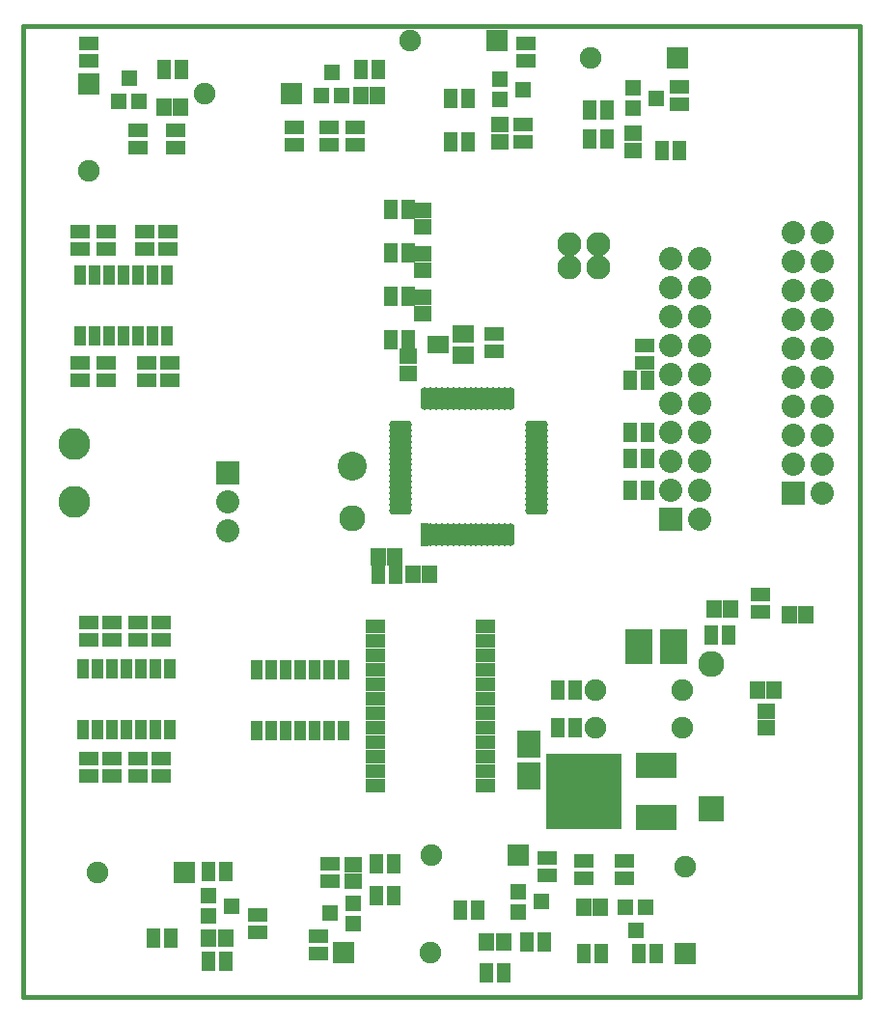
<source format=gts>
G04 (created by PCBNEW-RS274X (20100406 SVN-R2509)-final) date Thu 29 Apr 2010 05:28:25 PM MSD*
G01*
G70*
G90*
%MOIN*%
G04 Gerber Fmt 3.4, Leading zero omitted, Abs format*
%FSLAX34Y34*%
G04 APERTURE LIST*
%ADD10C,0.001000*%
%ADD11C,0.015000*%
%ADD12R,0.059400X0.055400*%
%ADD13R,0.055400X0.059400*%
%ADD14R,0.079100X0.096800*%
%ADD15R,0.096800X0.118400*%
%ADD16C,0.110000*%
%ADD17R,0.075000X0.075000*%
%ADD18C,0.075000*%
%ADD19C,0.090000*%
%ADD20R,0.090000X0.090000*%
%ADD21R,0.140000X0.085000*%
%ADD22R,0.260000X0.260000*%
%ADD23C,0.100000*%
%ADD24C,0.083000*%
%ADD25R,0.075100X0.059300*%
%ADD26C,0.080000*%
%ADD27R,0.080000X0.080000*%
%ADD28R,0.045000X0.065000*%
%ADD29R,0.065000X0.045000*%
%ADD30R,0.040000X0.065000*%
%ADD31R,0.070000X0.050000*%
%ADD32R,0.056000X0.056000*%
%ADD33R,0.029800X0.080000*%
%ADD34O,0.029800X0.080000*%
%ADD35O,0.080000X0.029800*%
G04 APERTURE END LIST*
G54D10*
G54D11*
X54450Y-57000D02*
X71350Y-57000D01*
X54450Y-56900D02*
X54450Y-57000D01*
X54450Y-56600D02*
X54450Y-56900D01*
X54450Y-56350D02*
X54450Y-56600D01*
X54450Y-56000D02*
X54450Y-56350D01*
X54450Y-23450D02*
X54450Y-56000D01*
X55550Y-23450D02*
X54450Y-23450D01*
X55850Y-23450D02*
X55550Y-23450D01*
X83350Y-23450D02*
X55850Y-23450D01*
X83350Y-23600D02*
X83350Y-23450D01*
X83350Y-23750D02*
X83350Y-23600D01*
X83350Y-24050D02*
X83350Y-23750D01*
X83350Y-57000D02*
X83350Y-24050D01*
X83100Y-57000D02*
X83350Y-57000D01*
X82550Y-57000D02*
X83100Y-57000D01*
X82100Y-57000D02*
X82550Y-57000D01*
X81600Y-57000D02*
X82100Y-57000D01*
X71350Y-57000D02*
X81600Y-57000D01*
G54D12*
X68250Y-29804D03*
X68250Y-30396D03*
X67750Y-34854D03*
X67750Y-35446D03*
X68250Y-31304D03*
X68250Y-31896D03*
X68250Y-32804D03*
X68250Y-33396D03*
X65850Y-52404D03*
X65850Y-52996D03*
X70900Y-27446D03*
X70900Y-26854D03*
G54D13*
X71046Y-55100D03*
X70454Y-55100D03*
G54D12*
X75500Y-27746D03*
X75500Y-27154D03*
G54D13*
X73804Y-53900D03*
X74396Y-53900D03*
X66696Y-25850D03*
X66104Y-25850D03*
X61446Y-54950D03*
X60854Y-54950D03*
X59896Y-26250D03*
X59304Y-26250D03*
G54D12*
X80100Y-47696D03*
X80100Y-47104D03*
G54D13*
X80904Y-43800D03*
X81496Y-43800D03*
X66704Y-41800D03*
X67296Y-41800D03*
X78896Y-43600D03*
X78304Y-43600D03*
X67904Y-42400D03*
X68496Y-42400D03*
X79804Y-46400D03*
X80396Y-46400D03*
G54D14*
X71900Y-49341D03*
X71900Y-48259D03*
G54D15*
X76900Y-44900D03*
X75700Y-44900D03*
G54D16*
X56200Y-37900D03*
X56200Y-39900D03*
G54D17*
X65500Y-55450D03*
G54D18*
X68500Y-55450D03*
G54D17*
X70800Y-23950D03*
G54D18*
X67800Y-23950D03*
G54D17*
X71550Y-52100D03*
G54D18*
X68550Y-52100D03*
G54D17*
X77050Y-24550D03*
G54D18*
X74050Y-24550D03*
G54D17*
X77300Y-55500D03*
G54D18*
X77300Y-52500D03*
G54D17*
X63700Y-25800D03*
G54D18*
X60700Y-25800D03*
G54D17*
X60000Y-52700D03*
G54D18*
X57000Y-52700D03*
G54D17*
X56700Y-25450D03*
G54D18*
X56700Y-28450D03*
G54D19*
X78200Y-45500D03*
G54D20*
X78200Y-50500D03*
G54D21*
X76300Y-50800D03*
G54D22*
X73800Y-49900D03*
G54D21*
X76300Y-49000D03*
G54D23*
X65800Y-38650D03*
G54D19*
X65800Y-40450D03*
G54D24*
X73300Y-31000D03*
X74300Y-31000D03*
X74300Y-31800D03*
X73300Y-31800D03*
G54D25*
X69633Y-34824D03*
X69633Y-34076D03*
X68767Y-34450D03*
G54D26*
X61500Y-39900D03*
G54D27*
X61500Y-38900D03*
G54D26*
X61500Y-40900D03*
G54D28*
X67750Y-29800D03*
X67150Y-29800D03*
X67750Y-34300D03*
X67150Y-34300D03*
X67750Y-31300D03*
X67150Y-31300D03*
X67750Y-32800D03*
X67150Y-32800D03*
G54D29*
X58400Y-48750D03*
X58400Y-49350D03*
X59200Y-49350D03*
X59200Y-48750D03*
X57500Y-48750D03*
X57500Y-49350D03*
X56700Y-49350D03*
X56700Y-48750D03*
X56700Y-44650D03*
X56700Y-44050D03*
X57500Y-44050D03*
X57500Y-44650D03*
X59200Y-44650D03*
X59200Y-44050D03*
X58400Y-44050D03*
X58400Y-44650D03*
X57300Y-31150D03*
X57300Y-30550D03*
X56400Y-30550D03*
X56400Y-31150D03*
X58650Y-31150D03*
X58650Y-30550D03*
X59450Y-30550D03*
X59450Y-31150D03*
X59500Y-35100D03*
X59500Y-35700D03*
X58700Y-35700D03*
X58700Y-35100D03*
X56400Y-35100D03*
X56400Y-35700D03*
X57300Y-35700D03*
X57300Y-35100D03*
G54D28*
X66650Y-52400D03*
X67250Y-52400D03*
G54D29*
X65050Y-53000D03*
X65050Y-52400D03*
G54D28*
X69800Y-27450D03*
X69200Y-27450D03*
G54D29*
X71700Y-26850D03*
X71700Y-27450D03*
G54D28*
X66650Y-53500D03*
X67250Y-53500D03*
X69800Y-25950D03*
X69200Y-25950D03*
G54D29*
X64650Y-54900D03*
X64650Y-55500D03*
X71800Y-24650D03*
X71800Y-24050D03*
G54D28*
X71050Y-56150D03*
X70450Y-56150D03*
X72450Y-55100D03*
X71850Y-55100D03*
X74600Y-27350D03*
X74000Y-27350D03*
X77100Y-27750D03*
X76500Y-27750D03*
X70150Y-54000D03*
X69550Y-54000D03*
X74600Y-26350D03*
X74000Y-26350D03*
G54D29*
X72550Y-52800D03*
X72550Y-52200D03*
X77100Y-26150D03*
X77100Y-25550D03*
X73800Y-52900D03*
X73800Y-52300D03*
G54D28*
X74400Y-55500D03*
X73800Y-55500D03*
G54D29*
X65900Y-26950D03*
X65900Y-27550D03*
G54D28*
X66100Y-24950D03*
X66700Y-24950D03*
G54D29*
X75200Y-52900D03*
X75200Y-52300D03*
X65000Y-26950D03*
X65000Y-27550D03*
G54D28*
X75700Y-55500D03*
X76300Y-55500D03*
G54D29*
X63800Y-27550D03*
X63800Y-26950D03*
G54D28*
X61450Y-55750D03*
X60850Y-55750D03*
G54D29*
X62550Y-54150D03*
X62550Y-54750D03*
X59700Y-27050D03*
X59700Y-27650D03*
G54D28*
X59300Y-24950D03*
X59900Y-24950D03*
X59550Y-54950D03*
X58950Y-54950D03*
G54D29*
X58400Y-27050D03*
X58400Y-27650D03*
G54D28*
X61450Y-52650D03*
X60850Y-52650D03*
G54D29*
X56700Y-24050D03*
X56700Y-24650D03*
X70700Y-34100D03*
X70700Y-34700D03*
X79900Y-43100D03*
X79900Y-43700D03*
G54D28*
X78200Y-44500D03*
X78800Y-44500D03*
X66700Y-42400D03*
X67300Y-42400D03*
X75400Y-39500D03*
X76000Y-39500D03*
X75400Y-38400D03*
X76000Y-38400D03*
X75400Y-37500D03*
X76000Y-37500D03*
X72900Y-46400D03*
X73500Y-46400D03*
X73500Y-47700D03*
X72900Y-47700D03*
G54D30*
X62500Y-47800D03*
X63000Y-47800D03*
X63500Y-47800D03*
X64000Y-47800D03*
X64500Y-47800D03*
X65000Y-47800D03*
X65500Y-47800D03*
X65500Y-45700D03*
X65000Y-45700D03*
X64500Y-45700D03*
X64000Y-45700D03*
X63500Y-45700D03*
X63000Y-45700D03*
X62500Y-45700D03*
X59500Y-45650D03*
X59000Y-45650D03*
X58500Y-45650D03*
X58000Y-45650D03*
X57500Y-45650D03*
X57000Y-45650D03*
X56500Y-45650D03*
X56500Y-47750D03*
X57000Y-47750D03*
X57500Y-47750D03*
X58000Y-47750D03*
X58500Y-47750D03*
X59000Y-47750D03*
X59500Y-47750D03*
X56400Y-34150D03*
X56900Y-34150D03*
X57400Y-34150D03*
X57900Y-34150D03*
X58400Y-34150D03*
X58900Y-34150D03*
X59400Y-34150D03*
X59400Y-32050D03*
X58900Y-32050D03*
X58400Y-32050D03*
X57900Y-32050D03*
X57400Y-32050D03*
X56900Y-32050D03*
X56400Y-32050D03*
G54D31*
X70400Y-49700D03*
X70400Y-49200D03*
X70400Y-48700D03*
X70400Y-48200D03*
X70400Y-47700D03*
X70400Y-47200D03*
X70400Y-46700D03*
X70400Y-46200D03*
X70400Y-45700D03*
X70400Y-45200D03*
X70400Y-44700D03*
X70400Y-44200D03*
X66600Y-49700D03*
X66600Y-49200D03*
X66600Y-48700D03*
X66600Y-48200D03*
X66600Y-47700D03*
X66600Y-47200D03*
X66600Y-46700D03*
X66600Y-46200D03*
X66600Y-45700D03*
X66600Y-45200D03*
X66600Y-44700D03*
X66600Y-44200D03*
G54D32*
X65850Y-53750D03*
X65850Y-54450D03*
X65050Y-54100D03*
X70900Y-26000D03*
X70900Y-25300D03*
X71700Y-25650D03*
X71550Y-54050D03*
X71550Y-53350D03*
X72350Y-53700D03*
X75500Y-26300D03*
X75500Y-25600D03*
X76300Y-25950D03*
X75250Y-53900D03*
X75950Y-53900D03*
X75600Y-54700D03*
X65450Y-25850D03*
X64750Y-25850D03*
X65100Y-25050D03*
X60850Y-54200D03*
X60850Y-53500D03*
X61650Y-53850D03*
X58450Y-26050D03*
X57750Y-26050D03*
X58100Y-25250D03*
G54D27*
X81050Y-39600D03*
G54D26*
X82050Y-39600D03*
X81050Y-38600D03*
X82050Y-38600D03*
X81050Y-37600D03*
X82050Y-37600D03*
X81050Y-36600D03*
X82050Y-36600D03*
X81050Y-35600D03*
X82050Y-35600D03*
X81050Y-34600D03*
X82050Y-34600D03*
X81050Y-33600D03*
X82050Y-33600D03*
X81050Y-32600D03*
X82050Y-32600D03*
X81050Y-31600D03*
X82050Y-31600D03*
X81050Y-30600D03*
X82050Y-30600D03*
G54D27*
X76800Y-40500D03*
G54D26*
X77800Y-40500D03*
X76800Y-39500D03*
X77800Y-39500D03*
X76800Y-38500D03*
X77800Y-38500D03*
X76800Y-37500D03*
X77800Y-37500D03*
X76800Y-36500D03*
X77800Y-36500D03*
X76800Y-35500D03*
X77800Y-35500D03*
X76800Y-34500D03*
X77800Y-34500D03*
X76800Y-33500D03*
X77800Y-33500D03*
X76800Y-32500D03*
X77800Y-32500D03*
X76800Y-31500D03*
X77800Y-31500D03*
G54D33*
X68324Y-41011D03*
G54D34*
X68521Y-41011D03*
X68718Y-41011D03*
X68915Y-41011D03*
X69112Y-41011D03*
X69308Y-41011D03*
X69505Y-41011D03*
X69702Y-41011D03*
X69899Y-41011D03*
X70096Y-41011D03*
X70293Y-41011D03*
X70489Y-41011D03*
X70686Y-41011D03*
X70883Y-41011D03*
X71080Y-41011D03*
X71277Y-41011D03*
G54D35*
X72175Y-40176D03*
X72175Y-39979D03*
X72175Y-39782D03*
X72175Y-39585D03*
X72175Y-39388D03*
X72175Y-39192D03*
X72175Y-38995D03*
X72175Y-38798D03*
X72175Y-38601D03*
X72175Y-38404D03*
X72175Y-38207D03*
X72175Y-38011D03*
X72175Y-37814D03*
X72175Y-37617D03*
X72175Y-37420D03*
X72175Y-37223D03*
G54D34*
X71277Y-36325D03*
X71080Y-36325D03*
X70883Y-36325D03*
X70686Y-36325D03*
X70489Y-36325D03*
X70293Y-36325D03*
X70096Y-36325D03*
X69899Y-36325D03*
X69702Y-36325D03*
X69505Y-36325D03*
X69308Y-36325D03*
X69112Y-36325D03*
X68915Y-36325D03*
X68718Y-36325D03*
X68521Y-36325D03*
X68324Y-36325D03*
G54D35*
X67489Y-37223D03*
X67489Y-37420D03*
X67489Y-37814D03*
X67482Y-37617D03*
X67489Y-38011D03*
X67489Y-38207D03*
X67489Y-38404D03*
X67489Y-38601D03*
X67489Y-38798D03*
X67489Y-38995D03*
X67489Y-39189D03*
X67489Y-39386D03*
X67489Y-39583D03*
X67489Y-39780D03*
X67489Y-39976D03*
X67489Y-40173D03*
G54D29*
X75900Y-35100D03*
X75900Y-34500D03*
G54D28*
X75400Y-35700D03*
X76000Y-35700D03*
G54D18*
X74200Y-47700D03*
X77200Y-47700D03*
X77200Y-46400D03*
X74200Y-46400D03*
M02*

</source>
